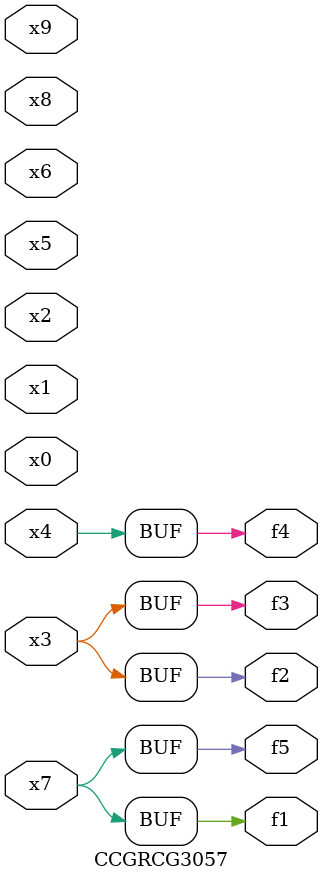
<source format=v>
module CCGRCG3057(
	input x0, x1, x2, x3, x4, x5, x6, x7, x8, x9,
	output f1, f2, f3, f4, f5
);
	assign f1 = x7;
	assign f2 = x3;
	assign f3 = x3;
	assign f4 = x4;
	assign f5 = x7;
endmodule

</source>
